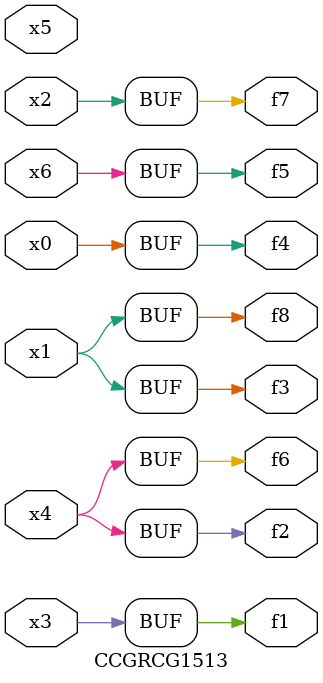
<source format=v>
module CCGRCG1513(
	input x0, x1, x2, x3, x4, x5, x6,
	output f1, f2, f3, f4, f5, f6, f7, f8
);
	assign f1 = x3;
	assign f2 = x4;
	assign f3 = x1;
	assign f4 = x0;
	assign f5 = x6;
	assign f6 = x4;
	assign f7 = x2;
	assign f8 = x1;
endmodule

</source>
